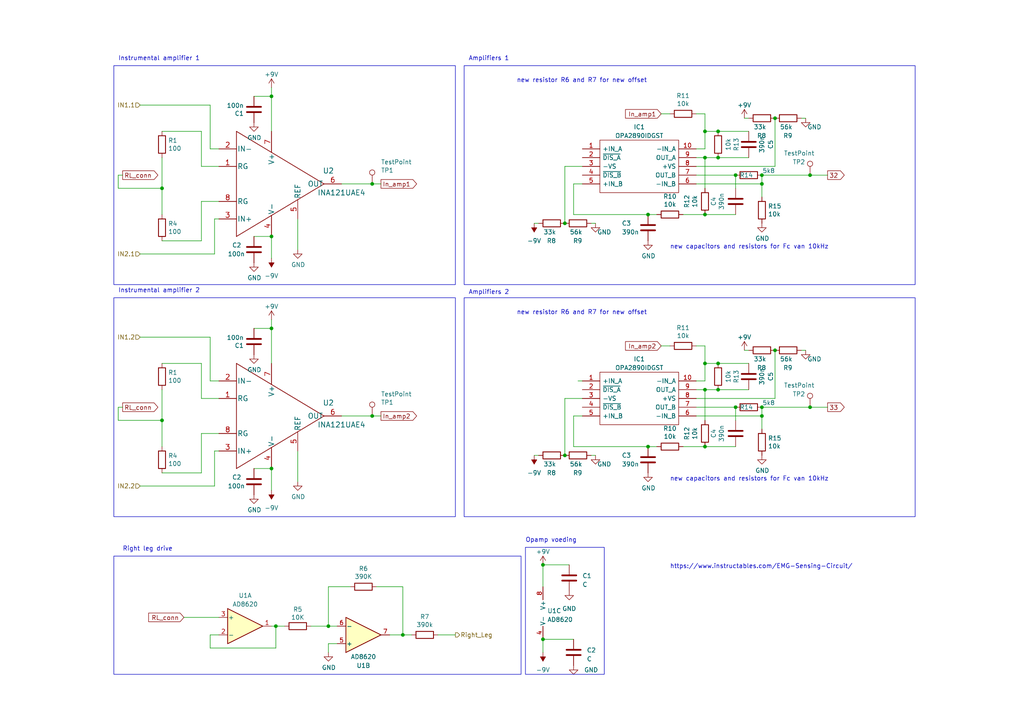
<source format=kicad_sch>
(kicad_sch (version 20230121) (generator eeschema)
  (paper "A4")
  (lib_symbols
    (symbol "2023-03-22_10-42-32:INA121UAE4" (pin_names (offset 0.254))
      (property "Reference" "U1" (at 13.97 3.81 0))
      (property "Value" "INA121UAE4" (at 17.78 -2.54 0))
      (symbol "INA121UAE4_1_1"
        (polyline (pts (xy -12.7 -15.24) (xy -12.7 15.24)) (stroke (width 0.2032)))
        (polyline (pts (xy -12.7 15.24) (xy 12.7 0)) (stroke (width 0.2032)))
        (polyline (pts (xy 12.7 0) (xy -12.7 -15.24)) (stroke (width 0.2032)))
        (pin unspecified line (at -17.78 5.08 0) (length 5.08) (name "RG") (number "1"))
        (pin input line (at -17.78 10.16 0) (length 5.08) (name "IN-") (number "2"))
        (pin input line (at -17.78 -10.16 0) (length 5.08) (name "IN+") (number "3"))
        (pin power_in line (at -2.54 -15.24 90) (length 6.096) (name "V-") (number "4"))
        (pin input line (at 5.08 -10.16 90) (length 5.588) (name "REF") (number "5"))
        (pin output line (at 17.78 0 180) (length 5.08) (name "OUT") (number "6"))
        (pin power_in line (at -2.54 15.24 270) (length 6.096) (name "V+") (number "7"))
        (pin unspecified line (at -17.78 -5.08 0) (length 5.08) (name "RG") (number "8"))
      )
    )
    (symbol "Amplifier_Operational:AD8620" (pin_names (offset 0.127))
      (property "Reference" "U" (at 0 5.08 0))
      (property "Value" "AD8620" (at 0 -5.08 0))
      (symbol "AD8620_1_1"
        (polyline (pts (xy -5.08 5.08) (xy 5.08 0) (xy -5.08 -5.08) (xy -5.08 5.08)) (stroke (width 0.254)) (fill (type background)))
        (pin output line (at 7.62 0 180) (length 2.54) (name "~") (number "1"))
        (pin input line (at -7.62 -2.54 0) (length 2.54) (name "-") (number "2"))
        (pin input line (at -7.62 2.54 0) (length 2.54) (name "+") (number "3"))
      )
      (symbol "AD8620_2_1"
        (polyline (pts (xy -5.08 5.08) (xy 5.08 0) (xy -5.08 -5.08) (xy -5.08 5.08)) (stroke (width 0.254)) (fill (type background)))
        (pin input line (at -7.62 2.54 0) (length 2.54) (name "+") (number "5"))
        (pin input line (at -7.62 -2.54 0) (length 2.54) (name "-") (number "6"))
        (pin output line (at 7.62 0 180) (length 2.54) (name "~") (number "7"))
      )
      (symbol "AD8620_3_1"
        (pin power_in line (at -2.54 -7.62 90) (length 3.81) (name "V-") (number "4"))
        (pin power_in line (at -2.54 7.62 270) (length 3.81) (name "V+") (number "8"))
      )
    )
    (symbol "Connector:TestPoint" (pin_numbers hide) (pin_names (offset 0.762) hide)
      (property "Reference" "TP" (at 0 6.858 0))
      (property "Value" "TestPoint" (at 0 5.08 0))
      (symbol "TestPoint_0_1"
        (circle (center 0 3.302) (radius 0.762))
      )
      (symbol "TestPoint_1_1"
        (pin passive line (at 0 0 90) (length 2.54) (name "1") (number "1"))
      )
    )
    (symbol "Device:C" (pin_numbers hide) (pin_names (offset 0.254))
      (property "Reference" "C" (at 0.635 2.54 0))
      (property "Value" "C" (at 0.635 -2.54 0))
      (symbol "C_0_1"
        (polyline (pts (xy -2.032 -0.762) (xy 2.032 -0.762)) (stroke (width 0.508)))
        (polyline (pts (xy -2.032 0.762) (xy 2.032 0.762)) (stroke (width 0.508)))
      )
      (symbol "C_1_1"
        (pin passive line (at 0 3.81 270) (length 2.794) (name "~") (number "1"))
        (pin passive line (at 0 -3.81 90) (length 2.794) (name "~") (number "2"))
      )
    )
    (symbol "Device:R" (pin_numbers hide) (pin_names (offset 0))
      (property "Reference" "R" (at 2.032 0 90))
      (property "Value" "R" (at 0 0 90))
      (symbol "R_0_1"
        (rectangle (start -1.016 -2.54) (end 1.016 2.54) (stroke (width 0.254)))
      )
      (symbol "R_1_1"
        (pin passive line (at 0 3.81 270) (length 1.27) (name "~") (number "1"))
        (pin passive line (at 0 -3.81 90) (length 1.27) (name "~") (number "2"))
      )
    )
    (symbol "OPA2890IDGST:OPA2890IDGST" (pin_names (offset 0.762))
      (property "Reference" "IC" (at 29.21 7.62 0))
      (property "Value" "OPA2890IDGST" (at 29.21 5.08 0))
      (symbol "OPA2890IDGST_0_0"
        (pin passive line (at 0 0 0) (length 5.08) (name "+IN_A") (number "1"))
        (pin passive line (at 33.02 0 180) (length 5.08) (name "-IN_A") (number "10"))
        (pin passive line (at 0 -2.54 0) (length 5.08) (name "~{DIS_A}") (number "2"))
        (pin passive line (at 0 -5.08 0) (length 5.08) (name "-VS") (number "3"))
        (pin passive line (at 0 -7.62 0) (length 5.08) (name "~{DIS_B}") (number "4"))
        (pin passive line (at 0 -10.16 0) (length 5.08) (name "+IN_B") (number "5"))
        (pin passive line (at 33.02 -10.16 180) (length 5.08) (name "-IN_B") (number "6"))
        (pin passive line (at 33.02 -7.62 180) (length 5.08) (name "OUT_B") (number "7"))
        (pin passive line (at 33.02 -5.08 180) (length 5.08) (name "+VS") (number "8"))
        (pin passive line (at 33.02 -2.54 180) (length 5.08) (name "OUT_A") (number "9"))
      )
      (symbol "OPA2890IDGST_0_1"
        (polyline (pts (xy 5.08 2.54) (xy 27.94 2.54) (xy 27.94 -12.7) (xy 5.08 -12.7) (xy 5.08 2.54)) (stroke (width 0.1524)))
      )
    )
    (symbol "power:+9V" (power) (pin_names (offset 0))
      (property "Value" "+9V" (at 0 3.556 0))
      (symbol "+9V_0_1"
        (polyline (pts (xy -0.762 1.27) (xy 0 2.54)))
        (polyline (pts (xy 0 0) (xy 0 2.54)))
        (polyline (pts (xy 0 2.54) (xy 0.762 1.27)))
      )
      (symbol "+9V_1_1"
        (pin power_in line (at 0 0 90) (length 0) hide (name "+9V") (number "1"))
      )
    )
    (symbol "power:-9V" (power) (pin_names (offset 0))
      (property "Value" "-9V" (at 0 3.81 0))
      (symbol "-9V_0_1"
        (polyline (pts (xy 0 0) (xy 0 2.54)))
        (polyline (pts (xy 0.762 1.27) (xy -0.762 1.27) (xy 0 2.54) (xy 0.762 1.27)) (fill (type outline)))
      )
      (symbol "-9V_1_1"
        (pin power_in line (at 0 0 90) (length 0) hide (name "-9V") (number "1"))
      )
    )
    (symbol "power:GND" (power) (pin_names (offset 0))
      (property "Value" "GND" (at 0 -3.81 0))
      (symbol "GND_0_1"
        (polyline (pts (xy 0 0) (xy 0 -1.27) (xy 1.27 -1.27) (xy 0 -2.54) (xy -1.27 -1.27) (xy 0 -1.27)))
      )
      (symbol "GND_1_1"
        (pin power_in line (at 0 0 270) (length 0) hide (name "GND") (number "1"))
      )
    )
  )
  (junction (at 78.74 135.89))
  (junction (at 208.28 113.03))
  (junction (at 220.98 120.65))
  (junction (at 234.95 50.8))
  (junction (at 220.98 50.8))
  (junction (at 213.36 118.11))
  (junction (at 220.98 118.11))
  (junction (at 204.47 45.72))
  (junction (at 46.99 54.61))
  (junction (at 208.28 38.1))
  (junction (at 107.95 120.65))
  (junction (at 187.96 62.23))
  (junction (at 78.74 27.94))
  (junction (at 46.99 121.92))
  (junction (at 80.01 181.61))
  (junction (at 107.95 53.34))
  (junction (at 224.79 34.29))
  (junction (at 163.83 64.77))
  (junction (at 78.74 95.25))
  (junction (at 220.98 53.34))
  (junction (at 208.28 45.72))
  (junction (at 204.47 62.23))
  (junction (at 78.74 68.58))
  (junction (at 157.48 163.83))
  (junction (at 204.47 105.41))
  (junction (at 157.48 185.42))
  (junction (at 213.36 50.8))
  (junction (at 208.28 105.41))
  (junction (at 204.47 38.1))
  (junction (at 116.84 184.15))
  (junction (at 204.47 113.03))
  (junction (at 163.83 132.08))
  (junction (at 224.79 101.6))
  (junction (at 234.95 118.11))
  (junction (at 204.47 129.54))
  (junction (at 187.96 129.54))
  (junction (at 95.25 181.61))
  (wire (pts (xy 78.74 135.89) (xy 78.74 142.24)))
  (wire (pts (xy 224.79 48.26) (xy 201.93 48.26)))
  (wire (pts (xy 224.79 115.57) (xy 201.93 115.57)))
  (wire (pts (xy 204.47 38.1) (xy 208.28 38.1)))
  (wire (pts (xy 116.84 184.15) (xy 116.84 170.18)))
  (wire (pts (xy 163.83 115.57) (xy 168.91 115.57)))
  (wire (pts (xy 198.12 62.23) (xy 204.47 62.23)))
  (wire (pts (xy 73.66 68.58) (xy 78.74 68.58)))
  (wire (pts (xy 116.84 184.15) (xy 119.38 184.15)))
  (wire (pts (xy 40.64 97.79) (xy 60.96 97.79)))
  (wire (pts (xy 95.25 170.18) (xy 101.6 170.18)))
  (wire (pts (xy 208.28 45.72) (xy 217.17 45.72)))
  (wire (pts (xy 80.01 181.61) (xy 80.01 187.96)))
  (wire (pts (xy 163.83 132.08) (xy 163.83 115.57)))
  (wire (pts (xy 63.5 43.18) (xy 60.96 43.18)))
  (wire (pts (xy 113.03 184.15) (xy 116.84 184.15)))
  (wire (pts (xy 154.94 132.08) (xy 156.21 132.08)))
  (wire (pts (xy 191.77 33.02) (xy 194.31 33.02)))
  (wire (pts (xy 204.47 105.41) (xy 208.28 105.41)))
  (wire (pts (xy 166.37 53.34) (xy 168.91 53.34)))
  (wire (pts (xy 46.99 105.41) (xy 58.42 105.41)))
  (wire (pts (xy 40.64 73.66) (xy 62.23 73.66)))
  (wire (pts (xy 220.98 50.8) (xy 234.95 50.8)))
  (wire (pts (xy 187.96 62.23) (xy 190.5 62.23)))
  (wire (pts (xy 58.42 48.26) (xy 58.42 38.1)))
  (wire (pts (xy 73.66 95.25) (xy 78.74 95.25)))
  (wire (pts (xy 46.99 54.61) (xy 46.99 62.23)))
  (wire (pts (xy 204.47 38.1) (xy 204.47 43.18)))
  (wire (pts (xy 80.01 181.61) (xy 82.55 181.61)))
  (wire (pts (xy 220.98 120.65) (xy 220.98 124.46)))
  (wire (pts (xy 53.34 179.07) (xy 63.5 179.07)))
  (wire (pts (xy 187.96 129.54) (xy 190.5 129.54)))
  (wire (pts (xy 154.94 64.77) (xy 156.21 64.77)))
  (wire (pts (xy 34.29 54.61) (xy 46.99 54.61)))
  (wire (pts (xy 201.93 45.72) (xy 204.47 45.72)))
  (wire (pts (xy 234.95 50.8) (xy 240.03 50.8)))
  (wire (pts (xy 34.29 54.61) (xy 34.29 50.8)))
  (wire (pts (xy 63.5 48.26) (xy 58.42 48.26)))
  (wire (pts (xy 95.25 170.18) (xy 95.25 181.61)))
  (wire (pts (xy 201.93 120.65) (xy 220.98 120.65)))
  (wire (pts (xy 215.9 101.6) (xy 217.17 101.6)))
  (wire (pts (xy 34.29 121.92) (xy 34.29 118.11)))
  (wire (pts (xy 60.96 184.15) (xy 63.5 184.15)))
  (wire (pts (xy 220.98 53.34) (xy 220.98 57.15)))
  (wire (pts (xy 220.98 118.11) (xy 220.98 120.65)))
  (wire (pts (xy 46.99 137.16) (xy 58.42 137.16)))
  (wire (pts (xy 187.96 62.23) (xy 166.37 62.23)))
  (wire (pts (xy 201.93 110.49) (xy 204.47 110.49)))
  (wire (pts (xy 73.66 27.94) (xy 78.74 27.94)))
  (wire (pts (xy 78.74 95.25) (xy 78.74 105.41)))
  (wire (pts (xy 208.28 38.1) (xy 217.17 38.1)))
  (wire (pts (xy 95.25 186.69) (xy 95.25 189.23)))
  (wire (pts (xy 234.95 118.11) (xy 240.03 118.11)))
  (wire (pts (xy 107.95 120.65) (xy 110.49 120.65)))
  (wire (pts (xy 58.42 115.57) (xy 58.42 105.41)))
  (wire (pts (xy 58.42 137.16) (xy 58.42 125.73)))
  (wire (pts (xy 208.28 105.41) (xy 217.17 105.41)))
  (wire (pts (xy 220.98 118.11) (xy 234.95 118.11)))
  (wire (pts (xy 187.96 129.54) (xy 166.37 129.54)))
  (wire (pts (xy 204.47 100.33) (xy 204.47 105.41)))
  (wire (pts (xy 166.37 62.23) (xy 166.37 53.34)))
  (wire (pts (xy 201.93 50.8) (xy 213.36 50.8)))
  (wire (pts (xy 204.47 45.72) (xy 204.47 54.61)))
  (wire (pts (xy 95.25 181.61) (xy 90.17 181.61)))
  (wire (pts (xy 213.36 50.8) (xy 213.36 54.61)))
  (wire (pts (xy 201.93 118.11) (xy 213.36 118.11)))
  (wire (pts (xy 233.68 101.6) (xy 232.41 101.6)))
  (wire (pts (xy 40.64 140.97) (xy 62.23 140.97)))
  (wire (pts (xy 191.77 100.33) (xy 194.31 100.33)))
  (wire (pts (xy 86.36 63.5) (xy 86.36 72.39)))
  (wire (pts (xy 201.93 43.18) (xy 204.47 43.18)))
  (wire (pts (xy 166.37 129.54) (xy 166.37 120.65)))
  (wire (pts (xy 46.99 69.85) (xy 58.42 69.85)))
  (wire (pts (xy 63.5 115.57) (xy 58.42 115.57)))
  (wire (pts (xy 78.74 68.58) (xy 78.74 74.93)))
  (wire (pts (xy 204.47 62.23) (xy 213.36 62.23)))
  (wire (pts (xy 78.74 92.71) (xy 78.74 95.25)))
  (wire (pts (xy 204.47 113.03) (xy 208.28 113.03)))
  (wire (pts (xy 157.48 185.42) (xy 157.48 189.23)))
  (wire (pts (xy 46.99 113.03) (xy 46.99 121.92)))
  (wire (pts (xy 46.99 121.92) (xy 46.99 129.54)))
  (wire (pts (xy 204.47 129.54) (xy 213.36 129.54)))
  (wire (pts (xy 62.23 63.5) (xy 63.5 63.5)))
  (wire (pts (xy 168.91 110.49) (xy 167.64 110.49)))
  (wire (pts (xy 34.29 118.11) (xy 35.56 118.11)))
  (wire (pts (xy 109.22 170.18) (xy 116.84 170.18)))
  (wire (pts (xy 40.64 30.48) (xy 60.96 30.48)))
  (wire (pts (xy 62.23 63.5) (xy 62.23 73.66)))
  (wire (pts (xy 201.93 100.33) (xy 204.47 100.33)))
  (wire (pts (xy 224.79 101.6) (xy 224.79 115.57)))
  (wire (pts (xy 58.42 58.42) (xy 63.5 58.42)))
  (wire (pts (xy 95.25 181.61) (xy 97.79 181.61)))
  (wire (pts (xy 99.06 53.34) (xy 107.95 53.34)))
  (wire (pts (xy 58.42 125.73) (xy 63.5 125.73)))
  (wire (pts (xy 224.79 34.29) (xy 224.79 48.26)))
  (wire (pts (xy 166.37 120.65) (xy 168.91 120.65)))
  (wire (pts (xy 80.01 187.96) (xy 60.96 187.96)))
  (wire (pts (xy 62.23 130.81) (xy 62.23 140.97)))
  (wire (pts (xy 201.93 33.02) (xy 204.47 33.02)))
  (wire (pts (xy 78.74 27.94) (xy 78.74 38.1)))
  (wire (pts (xy 73.66 135.89) (xy 78.74 135.89)))
  (wire (pts (xy 157.48 185.42) (xy 166.37 185.42)))
  (wire (pts (xy 204.47 113.03) (xy 204.47 121.92)))
  (wire (pts (xy 215.9 34.29) (xy 217.17 34.29)))
  (wire (pts (xy 172.72 132.08) (xy 171.45 132.08)))
  (wire (pts (xy 198.12 129.54) (xy 204.47 129.54)))
  (wire (pts (xy 34.29 121.92) (xy 46.99 121.92)))
  (wire (pts (xy 163.83 48.26) (xy 163.83 64.77)))
  (wire (pts (xy 107.95 53.34) (xy 110.49 53.34)))
  (wire (pts (xy 127 184.15) (xy 132.08 184.15)))
  (wire (pts (xy 58.42 69.85) (xy 58.42 58.42)))
  (wire (pts (xy 60.96 187.96) (xy 60.96 184.15)))
  (wire (pts (xy 95.25 186.69) (xy 97.79 186.69)))
  (wire (pts (xy 204.47 45.72) (xy 208.28 45.72)))
  (wire (pts (xy 213.36 118.11) (xy 213.36 121.92)))
  (wire (pts (xy 204.47 105.41) (xy 204.47 110.49)))
  (wire (pts (xy 233.68 34.29) (xy 232.41 34.29)))
  (wire (pts (xy 157.48 163.83) (xy 157.48 170.18)))
  (wire (pts (xy 208.28 113.03) (xy 217.17 113.03)))
  (wire (pts (xy 34.29 50.8) (xy 35.56 50.8)))
  (wire (pts (xy 78.74 181.61) (xy 80.01 181.61)))
  (wire (pts (xy 201.93 53.34) (xy 220.98 53.34)))
  (wire (pts (xy 63.5 110.49) (xy 60.96 110.49)))
  (wire (pts (xy 201.93 113.03) (xy 204.47 113.03)))
  (wire (pts (xy 62.23 130.81) (xy 63.5 130.81)))
  (wire (pts (xy 78.74 25.4) (xy 78.74 27.94)))
  (wire (pts (xy 60.96 110.49) (xy 60.96 97.79)))
  (wire (pts (xy 99.06 120.65) (xy 107.95 120.65)))
  (wire (pts (xy 60.96 43.18) (xy 60.96 30.48)))
  (wire (pts (xy 46.99 45.72) (xy 46.99 54.61)))
  (wire (pts (xy 220.98 50.8) (xy 220.98 53.34)))
  (wire (pts (xy 86.36 130.81) (xy 86.36 139.7)))
  (wire (pts (xy 172.72 64.77) (xy 171.45 64.77)))
  (wire (pts (xy 46.99 38.1) (xy 58.42 38.1)))
  (wire (pts (xy 157.48 163.83) (xy 165.1 163.83)))
  (wire (pts (xy 163.83 48.26) (xy 168.91 48.26)))
  (wire (pts (xy 204.47 33.02) (xy 204.47 38.1)))
  (rectangle (start 33.02 19.05) (end 132.08 82.55))
  (rectangle (start 33.02 86.36) (end 132.08 149.86))
  (rectangle (start 134.62 86.36) (end 265.43 149.86))
  (rectangle (start 152.4 158.75) (end 175.26 195.58))
  (rectangle (start 134.62 19.05) (end 265.43 82.55))
  (rectangle (start 33.02 161.29) (end 151.13 195.58))
  (text "Instrumental amplifier 1" (at 34.29 17.78 0) (effects (font (size 1.27 1.27)) (justify left bottom)))
  (text "Amplifiers 1\n" (at 135.89 17.78 0) (effects (font (size 1.27 1.27)) (justify left bottom)))
  (text "new capacitors and resistors for Fc van 10kHz" (at 194.31 139.7 0) (effects (font (size 1.27 1.27)) (justify left bottom)))
  (text "new resistor R6 and R7 for new offset\n" (at 149.86 91.44 0) (effects (font (size 1.27 1.27)) (justify left bottom)))
  (text "Right leg drive" (at 35.56 160.02 0) (effects (font (size 1.27 1.27)) (justify left bottom)))
  (text "Opamp voeding" (at 152.4 157.48 0) (effects (font (size 1.27 1.27)) (justify left bottom)))
  (text "new capacitors and resistors for Fc van 10kHz" (at 194.31 72.39 0) (effects (font (size 1.27 1.27)) (justify left bottom)))
  (text "Instrumental amplifier 2\n" (at 34.29 85.09 0) (effects (font (size 1.27 1.27)) (justify left bottom)))
  (text "new resistor R6 and R7 for new offset\n" (at 149.86 24.13 0) (effects (font (size 1.27 1.27)) (justify left bottom)))
  (text "https://www.instructables.com/EMG-Sensing-Circuit/" (at 194.31 165.1 0) (effects (font (size 1.27 1.27)) (justify left bottom)))
  (text "Amplifiers 2\n\n" (at 135.89 87.63 0) (effects (font (size 1.27 1.27)) (justify left bottom)))
  (global_label "In_amp2" (shape output) (at 110.49 120.65 0) (property "Intersheetrefs" "${INTERSHEET_REFS}" (effects hide)))
  (global_label "RL_conn" (shape output) (at 35.56 50.8 0) (property "Intersheetrefs" "${INTERSHEET_REFS}" (effects hide)))
  (global_label "33" (shape output) (at 240.03 118.11 0) (property "Intersheetrefs" "${INTERSHEET_REFS}" (effects hide)))
  (global_label "In_amp2" (shape input) (at 191.77 100.33 180) (property "Intersheetrefs" "${INTERSHEET_REFS}" (effects hide)))
  (global_label "RL_conn" (shape output) (at 35.56 118.11 0) (property "Intersheetrefs" "${INTERSHEET_REFS}" (effects hide)))
  (global_label "In_amp1" (shape output) (at 110.49 53.34 0) (property "Intersheetrefs" "${INTERSHEET_REFS}" (effects hide)))
  (global_label "RL_conn" (shape input) (at 53.34 179.07 180) (property "Intersheetrefs" "${INTERSHEET_REFS}" (effects hide)))
  (global_label "32" (shape output) (at 240.03 50.8 0) (property "Intersheetrefs" "${INTERSHEET_REFS}" (effects hide)))
  (global_label "In_amp1" (shape input) (at 191.77 33.02 180) (property "Intersheetrefs" "${INTERSHEET_REFS}" (effects hide)))
  (hierarchical_label "IN1.1" (shape input) (at 40.64 30.48 180) (property "Intersheetrefs" "${INTERSHEET_REFS}" (effects hide)))
  (hierarchical_label "IN2.1" (shape input) (at 40.64 73.66 180) (property "Intersheetrefs" "${INTERSHEET_REFS}" (effects hide)))
  (hierarchical_label "IN1.2" (shape input) (at 40.64 97.79 180) (property "Intersheetrefs" "${INTERSHEET_REFS}" (effects hide)))
  (hierarchical_label "IN2.2" (shape input) (at 40.64 140.97 180) (property "Intersheetrefs" "${INTERSHEET_REFS}" (effects hide)))
  (hierarchical_label "Right_Leg" (shape output) (at 132.08 184.15 0) (property "Intersheetrefs" "${INTERSHEET_REFS}" (effects hide)))
  (symbol (lib_id "Device:R") (at 204.47 58.42 0) (unit 1)
    (property "Reference" "R12" (at 199.2122 58.42 90))
    (property "Value" "10k" (at 201.5236 58.42 90))
    (property "Footprint" "Resistor_SMD:R_0402_1005Metric" (effects hide))
    (instances (project "Quest_EMG_V2" (path "" (reference "R12") (unit 1)) (path "" (reference "R12") (unit 1))) (project "Quest_EMG" (path "" (reference "R11") (unit 1)) (path "" (reference "R20") (unit 1))) (project "HARDIMPL" (path "" (reference "R11") (unit 1))))
  )
  (symbol (lib_id "Connector:TestPoint") (at 107.95 120.65 0) (unit 1)
    (property "Reference" "TP1" (at 110.49 116.713 0) (effects (justify left)))
    (property "Value" "TestPoint" (at 110.49 114.3 0) (effects (justify left)))
    (property "Footprint" "TestPoint:TestPoint_Pad_1.0x1.0mm" (effects hide))
    (instances (project "Quest_EMG_V2" (path "" (reference "TP1") (unit 1)) (path "" (reference "TP3") (unit 1))) (project "Quest_EMG" (path "" (reference "TP1") (unit 1)) (path "" (reference "TP2") (unit 1))) (project "HARDIMPL" (path "" (reference "TP2") (unit 1))))
  )
  (symbol (lib_id "Device:R") (at 217.17 118.11 90) (unit 1)
    (property "Reference" "R14" (at 218.44 118.11 90) (effects (justify left)))
    (property "Value" "5k8" (at 224.79 116.84 90) (effects (justify left)))
    (property "Footprint" "Resistor_SMD:R_0402_1005Metric" (effects hide))
    (instances (project "Quest_EMG_V2" (path "" (reference "R14") (unit 1)) (path "" (reference "R26") (unit 1))) (project "Quest_EMG" (path "" (reference "R14") (unit 1)) (path "" (reference "R25") (unit 1))) (project "HARDIMPL" (path "" (reference "R14") (unit 1))))
  )
  (symbol (lib_id "Connector:TestPoint") (at 234.95 50.8 0) (unit 1)
    (property "Reference" "TP2" (at 229.87 46.99 0) (effects (justify left)))
    (property "Value" "TestPoint" (at 227.33 44.45 0) (effects (justify left)))
    (property "Footprint" "TestPoint:TestPoint_Pad_1.0x1.0mm" (effects hide))
    (instances (project "Quest_EMG_V2" (path "" (reference "TP2") (unit 1)) (path "" (reference "TP2") (unit 1))) (project "Quest_EMG" (path "" (reference "TP3") (unit 1)) (path "" (reference "TP3") (unit 1))) (project "HARDIMPL" (path "" (reference "TP3") (unit 1))))
  )
  (symbol (lib_id "Amplifier_Operational:AD8620") (at 160.02 177.8 0) (unit 3)
    (property "Reference" "U1" (at 158.75 177.165 0) (effects (justify left)))
    (property "Value" "AD8620" (at 158.75 179.705 0) (effects (justify left)))
    (property "Footprint" "Package_SO:MSOP-8_3x3mm_P0.65mm" (effects hide))
    (property "Datasheet" "https://www.analog.com/media/en/technical-documentation/data-sheets/AD8610_8620.pdf" (effects hide))
    (instances (project "Quest_EMG" (path "" (reference "U1") (unit 3)) (path "" (reference "U1") (unit 3))) (project "HARDIMPL" (path "" (reference "U2") (unit 3))))
  )
  (symbol (lib_id "power:-9V") (at 154.94 64.77 180) (unit 1)
    (property "Reference" "#PWR07" (effects hide))
    (property "Value" "-9V" (at 154.94 69.85 0))
    (instances (project "Quest_EMG_V2" (path "" (reference "#PWR07") (unit 1)) (path "" (reference "#PWR07") (unit 1))) (project "Quest_EMG" (path "" (reference "#PWR013") (unit 1)) (path "" (reference "#PWR012") (unit 1))))
  )
  (symbol (lib_id "Device:R") (at 46.99 41.91 0) (unit 1)
    (property "Reference" "R1" (at 48.768 40.7416 0) (effects (justify left)))
    (property "Value" "100" (at 48.768 43.053 0) (effects (justify left)))
    (property "Footprint" "Resistor_SMD:R_0402_1005Metric" (effects hide))
  )
  (symbol (lib_id "Device:R") (at 228.6 34.29 90) (unit 1)
    (property "Reference" "R9" (at 229.87 39.37 90) (effects (justify left)))
    (property "Value" "56k" (at 229.87 36.83 90) (effects (justify left)))
    (property "Footprint" "Resistor_SMD:R_0402_1005Metric" (effects hide))
    (instances (project "Quest_EMG_V2" (path "" (reference "R9") (unit 1)) (path "" (reference "R9") (unit 1))) (project "Quest_EMG" (path "" (reference "R7") (unit 1)) (path "" (reference "R30") (unit 1))) (project "HARDIMPL" (path "" (reference "R7") (unit 1))))
  )
  (symbol (lib_id "power:GND") (at 86.36 139.7 0) (unit 1)
    (property "Reference" "#PWR05" (effects hide))
    (property "Value" "GND" (at 86.487 144.0942 0))
    (instances (project "Quest_EMG_V2" (path "" (reference "#PWR05") (unit 1)) (path "" (reference "#PWR016") (unit 1))) (project "Quest_EMG" (path "" (reference "#PWR012") (unit 1)) (path "" (reference "#PWR010") (unit 1))) (project "HARDIMPL" (path "" (reference "#PWR012") (unit 1))))
  )
  (symbol (lib_id "power:GND") (at 220.98 64.77 0) (unit 1)
    (property "Reference" "#PWR010" (effects hide))
    (property "Value" "GND" (at 221.107 69.1642 0))
    (instances (project "Quest_EMG_V2" (path "" (reference "#PWR010") (unit 1)) (path "" (reference "#PWR010") (unit 1))) (project "Quest_EMG" (path "" (reference "#PWR025") (unit 1)) (path "" (reference "#PWR024") (unit 1))) (project "HARDIMPL" (path "" (reference "#PWR023") (unit 1))))
  )
  (symbol (lib_id "power:GND") (at 165.1 171.45 0) (unit 1)
    (property "Reference" "#PWR03" (effects hide))
    (property "Value" "GND" (at 165.1 176.53 0))
    (instances (project "Quest_EMG" (path "" (reference "#PWR03") (unit 1)) (path "" (reference "#PWR016") (unit 1))) (project "HARDIMPL" (path "" (reference "#PWR025") (unit 1))))
  )
  (symbol (lib_id "Device:R") (at 46.99 133.35 0) (unit 1)
    (property "Reference" "R4" (at 48.768 132.1816 0) (effects (justify left)))
    (property "Value" "100" (at 48.768 134.493 0) (effects (justify left)))
    (property "Footprint" "Resistor_SMD:R_0402_1005Metric" (effects hide))
    (instances (project "Quest_EMG_V2" (path "" (reference "R4") (unit 1)) (path "" (reference "R19") (unit 1))) (project "Quest_EMG" (path "" (reference "R4") (unit 1)) (path "" (reference "R8") (unit 1))) (project "HARDIMPL" (path "" (reference "R4") (unit 1))))
  )
  (symbol (lib_id "Device:C") (at 213.36 125.73 0) (unit 1)
    (property "Reference" "C4" (at 206.9592 125.73 90))
    (property "Value" "390n" (at 209.2706 125.73 90))
    (property "Footprint" "Capacitor_SMD:C_0402_1005Metric" (effects hide))
    (instances (project "Quest_EMG_V2" (path "" (reference "C4") (unit 1)) (path "" (reference "C9") (unit 1))) (project "Quest_EMG" (path "" (reference "C8") (unit 1)) (path "" (reference "C10") (unit 1))) (project "HARDIMPL" (path "" (reference "C6") (unit 1))))
  )
  (symbol (lib_id "2023-03-22_10-42-32:INA121UAE4") (at 81.28 120.65 0) (unit 1)
    (property "Reference" "U2" (at 95.25 116.84 0) (effects (font (size 1.524 1.524))))
    (property "Value" "INA121UAE4" (at 99.06 123.19 0) (effects (font (size 1.524 1.524))))
    (property "Footprint" "footprints:INA121UAE4" (effects hide))
    (instances (project "Quest_EMG_V2" (path "" (reference "U2") (unit 1)) (path "" (reference "U3") (unit 1))) (project "Quest_EMG" (path "" (reference "U1") (unit 1)) (path "" (reference "U3") (unit 1))) (project "HARDIMPL" (path "" (reference "U1") (unit 1))))
  )
  (symbol (lib_id "power:GND") (at 73.66 143.51 0) (unit 1)
    (property "Reference" "#PWR02" (effects hide))
    (property "Value" "GND" (at 73.787 147.9042 0))
    (instances (project "Quest_EMG_V2" (path "" (reference "#PWR02") (unit 1)) (path "" (reference "#PWR013") (unit 1))) (project "Quest_EMG" (path "" (reference "#PWR09") (unit 1)) (path "" (reference "#PWR04") (unit 1))) (project "HARDIMPL" (path "" (reference "#PWR09") (unit 1))))
  )
  (symbol (lib_id "power:GND") (at 220.98 132.08 0) (unit 1)
    (property "Reference" "#PWR010" (effects hide))
    (property "Value" "GND" (at 221.107 136.4742 0))
    (instances (project "Quest_EMG_V2" (path "" (reference "#PWR010") (unit 1)) (path "" (reference "#PWR020") (unit 1))) (project "Quest_EMG" (path "" (reference "#PWR025") (unit 1)) (path "" (reference "#PWR025") (unit 1))) (project "HARDIMPL" (path "" (reference "#PWR023") (unit 1))))
  )
  (symbol (lib_id "OPA2890IDGST:OPA2890IDGST") (at 168.91 110.49 0) (unit 1)
    (property "Reference" "IC1" (at 185.42 104.14 0))
    (property "Value" "OPA2890IDGST" (at 185.42 106.68 0))
    (property "Footprint" "OPA2890:SOP50P490X110-10N" (effects hide))
    (property "Datasheet" "http://www.ti.com/lit/gpn/opa2890" (effects hide))
    (property "Description" "Dual 250MHz , Low Power, Wideband, Voltage Feedback Operational Amplifier with Disable" (effects hide))
    (property "Height" "1.1" (effects hide))
    (property "Mouser Part Number" "595-OPA2890IDGST" (effects hide))
    (property "Mouser Price/Stock" "https://www.mouser.com/Search/Refine.aspx?Keyword=595-OPA2890IDGST" (effects hide))
    (property "Manufacturer_Name" "Texas Instruments" (effects hide))
    (property "Manufacturer_Part_Number" "OPA2890IDGST" (effects hide))
    (instances (project "Quest_EMG_V2" (path "" (reference "IC1") (unit 1)) (path "" (reference "IC2") (unit 1))) (project "Quest_EMG" (path "" (reference "IC2") (unit 1)) (path "" (reference "IC2") (unit 1))) (project "HARDIMPL" (path "" (reference "IC2") (unit 1))))
  )
  (symbol (lib_id "Device:R") (at 220.98 60.96 0) (unit 1)
    (property "Reference" "R15" (at 222.758 59.7916 0) (effects (justify left)))
    (property "Value" "10k" (at 222.758 62.103 0) (effects (justify left)))
    (property "Footprint" "Resistor_SMD:R_0402_1005Metric" (effects hide))
    (instances (project "Quest_EMG_V2" (path "" (reference "R15") (unit 1)) (path "" (reference "R15") (unit 1))) (project "Quest_EMG" (path "" (reference "R15") (unit 1)) (path "" (reference "R27") (unit 1))) (project "HARDIMPL" (path "" (reference "R15") (unit 1))))
  )
  (symbol (lib_id "power:+9V") (at 78.74 92.71 0) (unit 1)
    (property "Reference" "#PWR03" (effects hide))
    (property "Value" "+9V" (at 78.74 88.9 0))
    (instances (project "Quest_EMG_V2" (path "" (reference "#PWR03") (unit 1)) (path "" (reference "#PWR014") (unit 1))) (project "Quest_EMG" (path "" (reference "#PWR010") (unit 1)) (path "" (reference "#PWR07") (unit 1))))
  )
  (symbol (lib_id "power:GND") (at 187.96 69.85 0) (unit 1)
    (property "Reference" "#PWR09" (effects hide))
    (property "Value" "GND" (at 188.087 74.2442 0))
    (instances (project "Quest_EMG_V2" (path "" (reference "#PWR09") (unit 1)) (path "" (reference "#PWR09") (unit 1))) (project "Quest_EMG" (path "" (reference "#PWR023") (unit 1)) (path "" (reference "#PWR020") (unit 1))) (project "HARDIMPL" (path "" (reference "#PWR021") (unit 1))))
  )
  (symbol (lib_id "Device:R") (at 208.28 41.91 180) (unit 1)
    (property "Reference" "R13" (at 213.5378 41.91 90))
    (property "Value" "10k" (at 211.2264 41.91 90))
    (property "Footprint" "Resistor_SMD:R_0402_1005Metric" (effects hide))
    (instances (project "Quest_EMG_V2" (path "" (reference "R13") (unit 1)) (path "" (reference "R13") (unit 1))) (project "Quest_EMG" (path "" (reference "R12") (unit 1)) (path "" (reference "R22") (unit 1))) (project "HARDIMPL" (path "" (reference "R13") (unit 1))))
  )
  (symbol (lib_id "power:GND") (at 233.68 101.6 0) (unit 1)
    (property "Reference" "#PWR08" (effects hide))
    (property "Value" "GND" (at 236.22 104.14 0))
    (instances (project "Quest_EMG_V2" (path "" (reference "#PWR08") (unit 1)) (path "" (reference "#PWR08") (unit 1))) (project "Quest_EMG" (path "" (reference "#PWR022") (unit 1)) (path "" (reference "#PWR027") (unit 1))) (project "HARDIMPL" (path "" (reference "#PWR020") (unit 1))))
  )
  (symbol (lib_id "Amplifier_Operational:AD8620") (at 71.12 181.61 0) (unit 1)
    (property "Reference" "U1" (at 71.12 172.72 0))
    (property "Value" "AD8620" (at 71.12 175.26 0))
    (property "Footprint" "Package_SO:MSOP-8_3x3mm_P0.65mm" (effects hide))
    (property "Datasheet" "https://www.analog.com/media/en/technical-documentation/data-sheets/AD8610_8620.pdf" (effects hide))
    (instances (project "Quest_EMG_V2" (path "" (reference "U1") (unit 1)) (path "" (reference "U1") (unit 1))) (project "Quest_EMG" (path "" (reference "U2") (unit 1)) (path "" (reference "U1") (unit 1))) (project "HARDIMPL" (path "" (reference "U2") (unit 1))))
  )
  (symbol (lib_id "power:GND") (at 172.72 132.08 0) (unit 1)
    (property "Reference" "#PWR08" (effects hide))
    (property "Value" "GND" (at 175.26 134.62 0))
    (instances (project "Quest_EMG_V2" (path "" (reference "#PWR08") (unit 1)) (path "" (reference "#PWR08") (unit 1))) (project "Quest_EMG" (path "" (reference "#PWR022") (unit 1)) (path "" (reference "#PWR019") (unit 1))) (project "HARDIMPL" (path "" (reference "#PWR020") (unit 1))))
  )
  (symbol (lib_id "power:-9V") (at 78.74 74.93 180) (unit 1)
    (property "Reference" "#PWR04" (effects hide))
    (property "Value" "-9V" (at 78.74 80.01 0))
    (instances (project "Quest_EMG_V2" (path "" (reference "#PWR04") (unit 1)) (path "" (reference "#PWR04") (unit 1))) (project "Quest_EMG" (path "" (reference "#PWR011") (unit 1)) (path "" (reference "#PWR06") (unit 1))))
  )
  (symbol (lib_id "Device:R") (at 160.02 132.08 90) (unit 1)
    (property "Reference" "R8" (at 161.29 137.16 90) (effects (justify left)))
    (property "Value" "33k" (at 161.29 134.62 90) (effects (justify left)))
    (property "Footprint" "Resistor_SMD:R_0402_1005Metric" (effects hide))
    (instances (project "Quest_EMG_V2" (path "" (reference "R8") (unit 1)) (path "" (reference "R8") (unit 1))) (project "Quest_EMG" (path "" (reference "R6") (unit 1)) (path "" (reference "R13") (unit 1))) (project "HARDIMPL" (path "" (reference "R6") (unit 1))))
  )
  (symbol (lib_id "power:GND") (at 73.66 102.87 0) (unit 1)
    (property "Reference" "#PWR01" (effects hide))
    (property "Value" "GND" (at 73.787 107.2642 0))
    (instances (project "Quest_EMG_V2" (path "" (reference "#PWR01") (unit 1)) (path "" (reference "#PWR012") (unit 1))) (project "Quest_EMG" (path "" (reference "#PWR08") (unit 1)) (path "" (reference "#PWR03") (unit 1))) (project "HARDIMPL" (path "" (reference "#PWR08") (unit 1))))
  )
  (symbol (lib_id "Device:C") (at 187.96 133.35 0) (unit 1)
    (property "Reference" "C3" (at 180.34 132.08 0) (effects (justify left)))
    (property "Value" "390n" (at 180.34 134.62 0) (effects (justify left)))
    (property "Footprint" "Capacitor_SMD:C_0402_1005Metric" (effects hide))
    (instances (project "Quest_EMG_V2" (path "" (reference "C3") (unit 1)) (path "" (reference "C8") (unit 1))) (project "Quest_EMG" (path "" (reference "C7") (unit 1)) (path "" (reference "C8") (unit 1))) (project "HARDIMPL" (path "" (reference "C5") (unit 1))))
  )
  (symbol (lib_id "Device:C") (at 73.66 31.75 180) (unit 1)
    (property "Reference" "C1" (at 70.739 32.9184 0) (effects (justify left)))
    (property "Value" "100n" (at 70.739 30.607 0) (effects (justify left)))
    (property "Footprint" "Capacitor_SMD:C_0402_1005Metric" (effects hide))
    (instances (project "Quest_EMG_V2" (path "" (reference "C1") (unit 1)) (path "" (reference "C1") (unit 1))) (project "Quest_EMG" (path "" (reference "C3") (unit 1)) (path "" (reference "C1") (unit 1))) (project "HARDIMPL" (path "" (reference "C3") (unit 1))))
  )
  (symbol (lib_id "Device:R") (at 220.98 101.6 90) (unit 1)
    (property "Reference" "R8" (at 222.25 106.68 90) (effects (justify left)))
    (property "Value" "33k" (at 222.25 104.14 90) (effects (justify left)))
    (property "Footprint" "Resistor_SMD:R_0402_1005Metric" (effects hide))
    (instances (project "Quest_EMG_V2" (path "" (reference "R8") (unit 1)) (path "" (reference "R8") (unit 1))) (project "Quest_EMG" (path "" (reference "R6") (unit 1)) (path "" (reference "R28") (unit 1))) (project "HARDIMPL" (path "" (reference "R6") (unit 1))))
  )
  (symbol (lib_id "Connector:TestPoint") (at 234.95 118.11 0) (unit 1)
    (property "Reference" "TP2" (at 229.87 114.3 0) (effects (justify left)))
    (property "Value" "TestPoint" (at 227.33 111.76 0) (effects (justify left)))
    (property "Footprint" "TestPoint:TestPoint_Pad_1.0x1.0mm" (effects hide))
    (instances (project "Quest_EMG_V2" (path "" (reference "TP2") (unit 1)) (path "" (reference "TP4") (unit 1))) (project "Quest_EMG" (path "" (reference "TP3") (unit 1)) (path "" (reference "TP4") (unit 1))) (project "HARDIMPL" (path "" (reference "TP3") (unit 1))))
  )
  (symbol (lib_id "Device:R") (at 194.31 129.54 270) (unit 1)
    (property "Reference" "R10" (at 194.31 124.2822 90))
    (property "Value" "10k" (at 194.31 126.5936 90))
    (property "Footprint" "Resistor_SMD:R_0402_1005Metric" (effects hide))
    (instances (project "Quest_EMG_V2" (path "" (reference "R10") (unit 1)) (path "" (reference "R22") (unit 1))) (project "Quest_EMG" (path "" (reference "R8") (unit 1)) (path "" (reference "R17") (unit 1))) (project "HARDIMPL" (path "" (reference "R9") (unit 1))))
  )
  (symbol (lib_id "Device:R") (at 160.02 64.77 90) (unit 1)
    (property "Reference" "R8" (at 161.29 69.85 90) (effects (justify left)))
    (property "Value" "33k" (at 161.29 67.31 90) (effects (justify left)))
    (property "Footprint" "Resistor_SMD:R_0402_1005Metric" (effects hide))
    (instances (project "Quest_EMG_V2" (path "" (reference "R8") (unit 1)) (path "" (reference "R8") (unit 1))) (project "Quest_EMG" (path "" (reference "R6") (unit 1)) (path "" (reference "R12") (unit 1))) (project "HARDIMPL" (path "" (reference "R6") (unit 1))))
  )
  (symbol (lib_id "Device:R") (at 194.31 62.23 270) (unit 1)
    (property "Reference" "R10" (at 194.31 56.9722 90))
    (property "Value" "10k" (at 194.31 59.2836 90))
    (property "Footprint" "Resistor_SMD:R_0402_1005Metric" (effects hide))
    (instances (project "Quest_EMG_V2" (path "" (reference "R10") (unit 1)) (path "" (reference "R10") (unit 1))) (project "Quest_EMG" (path "" (reference "R8") (unit 1)) (path "" (reference "R16") (unit 1))) (project "HARDIMPL" (path "" (reference "R9") (unit 1))))
  )
  (symbol (lib_id "OPA2890IDGST:OPA2890IDGST") (at 168.91 43.18 0) (unit 1)
    (property "Reference" "IC1" (at 185.42 36.83 0))
    (property "Value" "OPA2890IDGST" (at 185.42 39.37 0))
    (property "Footprint" "OPA2890:SOP50P490X110-10N" (effects hide))
    (property "Datasheet" "http://www.ti.com/lit/gpn/opa2890" (effects hide))
    (property "Description" "Dual 250MHz , Low Power, Wideband, Voltage Feedback Operational Amplifier with Disable" (effects hide))
    (property "Height" "1.1" (effects hide))
    (property "Mouser Part Number" "595-OPA2890IDGST" (effects hide))
    (property "Mouser Price/Stock" "https://www.mouser.com/Search/Refine.aspx?Keyword=595-OPA2890IDGST" (effects hide))
    (property "Manufacturer_Name" "Texas Instruments" (effects hide))
    (property "Manufacturer_Part_Number" "OPA2890IDGST" (effects hide))
    (instances (project "Quest_EMG_V2" (path "" (reference "IC1") (unit 1)) (path "" (reference "IC1") (unit 1))) (project "Quest_EMG" (path "" (reference "IC2") (unit 1)) (path "" (reference "IC1") (unit 1))) (project "HARDIMPL" (path "" (reference "IC2") (unit 1))))
  )
  (symbol (lib_id "Device:C") (at 166.37 189.23 0) (unit 1)
    (property "Reference" "C2" (at 170.18 188.595 0) (effects (justify left)))
    (property "Value" "C" (at 170.18 191.135 0) (effects (justify left)))
    (property "Footprint" "Capacitor_SMD:C_0402_1005Metric" (effects hide))
    (instances (project "Quest_EMG" (path "" (reference "C2") (unit 1)) (path "" (reference "C6") (unit 1))) (project "HARDIMPL" (path "" (reference "C8") (unit 1))))
  )
  (symbol (lib_id "Device:C") (at 217.17 109.22 0) (unit 1)
    (property "Reference" "C5" (at 223.52 109.22 90))
    (property "Value" "390n" (at 220.98 109.22 90))
    (property "Footprint" "Capacitor_SMD:C_0402_1005Metric" (effects hide))
    (instances (project "Quest_EMG_V2" (path "" (reference "C5") (unit 1)) (path "" (reference "C10") (unit 1))) (project "Quest_EMG" (path "" (reference "C9") (unit 1)) (path "" (reference "C12") (unit 1))) (project "HARDIMPL" (path "" (reference "C7") (unit 1))))
  )
  (symbol (lib_id "Device:R") (at 198.12 100.33 270) (unit 1)
    (property "Reference" "R11" (at 198.12 95.0722 90))
    (property "Value" "10k" (at 198.12 97.3836 90))
    (property "Footprint" "Resistor_SMD:R_0402_1005Metric" (effects hide))
    (instances (project "Quest_EMG_V2" (path "" (reference "R11") (unit 1)) (path "" (reference "R23") (unit 1))) (project "Quest_EMG" (path "" (reference "R10") (unit 1)) (path "" (reference "R19") (unit 1))) (project "HARDIMPL" (path "" (reference "R10") (unit 1))))
  )
  (symbol (lib_id "power:GND") (at 73.66 76.2 0) (unit 1)
    (property "Reference" "#PWR02" (effects hide))
    (property "Value" "GND" (at 73.787 80.5942 0))
    (instances (project "Quest_EMG_V2" (path "" (reference "#PWR02") (unit 1)) (path "" (reference "#PWR02") (unit 1))) (project "Quest_EMG" (path "" (reference "#PWR09") (unit 1)) (path "" (reference "#PWR02") (unit 1))) (project "HARDIMPL" (path "" (reference "#PWR09") (unit 1))))
  )
  (symbol (lib_id "Device:R") (at 46.99 109.22 0) (unit 1)
    (property "Reference" "R1" (at 48.768 108.0516 0) (effects (justify left)))
    (property "Value" "100" (at 48.768 110.363 0) (effects (justify left)))
    (property "Footprint" "Resistor_SMD:R_0402_1005Metric" (effects hide))
    (instances (project "Quest_EMG_V2" (path "" (reference "R1") (unit 1)) (path "" (reference "R16") (unit 1))) (project "Quest_EMG" (path "" (reference "R1") (unit 1)) (path "" (reference "R5") (unit 1))) (project "HARDIMPL" (path "" (reference "R1") (unit 1))))
  )
  (symbol (lib_id "power:-9V") (at 157.48 189.23 180) (unit 1)
    (property "Reference" "#PWR02" (effects hide))
    (property "Value" "-9V" (at 157.48 194.31 0))
    (instances (project "Quest_EMG" (path "" (reference "#PWR02") (unit 1)) (path "" (reference "#PWR015") (unit 1))))
  )
  (symbol (lib_id "Device:C") (at 213.36 58.42 0) (unit 1)
    (property "Reference" "C4" (at 206.9592 58.42 90))
    (property "Value" "390n" (at 209.2706 58.42 90))
    (property "Footprint" "Capacitor_SMD:C_0402_1005Metric" (effects hide))
    (instances (project "Quest_EMG_V2" (path "" (reference "C4") (unit 1)) (path "" (reference "C4") (unit 1))) (project "Quest_EMG" (path "" (reference "C8") (unit 1)) (path "" (reference "C9") (unit 1))) (project "HARDIMPL" (path "" (reference "C6") (unit 1))))
  )
  (symbol (lib_id "power:GND") (at 233.68 34.29 0) (unit 1)
    (property "Reference" "#PWR08" (effects hide))
    (property "Value" "GND" (at 236.22 36.83 0))
    (instances (project "Quest_EMG_V2" (path "" (reference "#PWR08") (unit 1)) (path "" (reference "#PWR08") (unit 1))) (project "Quest_EMG" (path "" (reference "#PWR022") (unit 1)) (path "" (reference "#PWR026") (unit 1))) (project "HARDIMPL" (path "" (reference "#PWR020") (unit 1))))
  )
  (symbol (lib_id "power:GND") (at 73.66 35.56 0) (unit 1)
    (property "Reference" "#PWR01" (effects hide))
    (property "Value" "GND" (at 73.787 39.9542 0))
    (instances (project "Quest_EMG_V2" (path "" (reference "#PWR01") (unit 1)) (path "" (reference "#PWR01") (unit 1))) (project "Quest_EMG" (path "" (reference "#PWR08") (unit 1)) (path "" (reference "#PWR01") (unit 1))) (project "HARDIMPL" (path "" (reference "#PWR08") (unit 1))))
  )
  (symbol (lib_id "power:+9V") (at 215.9 101.6 0) (unit 1)
    (property "Reference" "#PWR011" (effects hide))
    (property "Value" "+9V" (at 215.9 97.79 0))
    (instances (project "Quest_EMG_V2" (path "" (reference "#PWR011") (unit 1)) (path "" (reference "#PWR023") (unit 1))) (project "Quest_EMG" (path "" (reference "#PWR014") (unit 1)) (path "" (reference "#PWR023") (unit 1))))
  )
  (symbol (lib_id "Connector:TestPoint") (at 107.95 53.34 0) (unit 1)
    (property "Reference" "TP1" (at 110.49 49.403 0) (effects (justify left)))
    (property "Value" "TestPoint" (at 110.49 46.99 0) (effects (justify left)))
    (property "Footprint" "TestPoint:TestPoint_Pad_1.0x1.0mm" (effects hide))
    (instances (project "Quest_EMG_V2" (path "" (reference "TP1") (unit 1)) (path "" (reference "TP1") (unit 1))) (project "Quest_EMG" (path "" (reference "TP1") (unit 1)) (path "" (reference "TP1") (unit 1))) (project "HARDIMPL" (path "" (reference "TP2") (unit 1))))
  )
  (symbol (lib_id "Device:R") (at 208.28 109.22 180) (unit 1)
    (property "Reference" "R13" (at 213.5378 109.22 90))
    (property "Value" "10k" (at 211.2264 109.22 90))
    (property "Footprint" "Resistor_SMD:R_0402_1005Metric" (effects hide))
    (instances (project "Quest_EMG_V2" (path "" (reference "R13") (unit 1)) (path "" (reference "R25") (unit 1))) (project "Quest_EMG" (path "" (reference "R12") (unit 1)) (path "" (reference "R23") (unit 1))) (project "HARDIMPL" (path "" (reference "R13") (unit 1))))
  )
  (symbol (lib_id "Device:C") (at 73.66 99.06 180) (unit 1)
    (property "Reference" "C1" (at 70.739 100.2284 0) (effects (justify left)))
    (property "Value" "100n" (at 70.739 97.917 0) (effects (justify left)))
    (property "Footprint" "Capacitor_SMD:C_0402_1005Metric" (effects hide))
    (instances (project "Quest_EMG_V2" (path "" (reference "C1") (unit 1)) (path "" (reference "C6") (unit 1))) (project "Quest_EMG" (path "" (reference "C3") (unit 1)) (path "" (reference "C3") (unit 1))) (project "HARDIMPL" (path "" (reference "C3") (unit 1))))
  )
  (symbol (lib_id "Device:R") (at 46.99 66.04 0) (unit 1)
    (property "Reference" "R4" (at 48.768 64.8716 0) (effects (justify left)))
    (property "Value" "100" (at 48.768 67.183 0) (effects (justify left)))
    (property "Footprint" "Resistor_SMD:R_0402_1005Metric" (effects hide))
  )
  (symbol (lib_id "power:GND") (at 172.72 64.77 0) (unit 1)
    (property "Reference" "#PWR08" (effects hide))
    (property "Value" "GND" (at 175.26 67.31 0))
    (instances (project "Quest_EMG_V2" (path "" (reference "#PWR08") (unit 1)) (path "" (reference "#PWR08") (unit 1))) (project "Quest_EMG" (path "" (reference "#PWR022") (unit 1)) (path "" (reference "#PWR018") (unit 1))) (project "HARDIMPL" (path "" (reference "#PWR020") (unit 1))))
  )
  (symbol (lib_id "Device:R") (at 167.64 132.08 90) (unit 1)
    (property "Reference" "R9" (at 168.91 137.16 90) (effects (justify left)))
    (property "Value" "56k" (at 168.91 134.62 90) (effects (justify left)))
    (property "Footprint" "Resistor_SMD:R_0402_1005Metric" (effects hide))
    (instances (project "Quest_EMG_V2" (path "" (reference "R9") (unit 1)) (path "" (reference "R9") (unit 1))) (project "Quest_EMG" (path "" (reference "R7") (unit 1)) (path "" (reference "R15") (unit 1))) (project "HARDIMPL" (path "" (reference "R7") (unit 1))))
  )
  (symbol (lib_id "Device:C") (at 73.66 72.39 0) (unit 1)
    (property "Reference" "C2" (at 67.31 71.12 0) (effects (justify left)))
    (property "Value" "100n" (at 66.04 73.66 0) (effects (justify left)))
    (property "Footprint" "Capacitor_SMD:C_0402_1005Metric" (effects hide))
    (instances (project "Quest_EMG_V2" (path "" (reference "C2") (unit 1)) (path "" (reference "C2") (unit 1))) (project "Quest_EMG" (path "" (reference "C4") (unit 1)) (path "" (reference "C2") (unit 1))) (project "HARDIMPL" (path "" (reference "C4") (unit 1))))
  )
  (symbol (lib_id "Device:C") (at 165.1 167.64 0) (unit 1)
    (property "Reference" "C1" (at 168.91 167.005 0) (effects (justify left)))
    (property "Value" "C" (at 168.91 169.545 0) (effects (justify left)))
    (property "Footprint" "Capacitor_SMD:C_0402_1005Metric" (effects hide))
    (instances (project "Quest_EMG" (path "" (reference "C1") (unit 1)) (path "" (reference "C5") (unit 1))) (project "HARDIMPL" (path "" (reference "C9") (unit 1))))
  )
  (symbol (lib_id "Device:R") (at 217.17 50.8 90) (unit 1)
    (property "Reference" "R14" (at 218.44 50.8 90) (effects (justify left)))
    (property "Value" "5k8" (at 224.79 49.53 90) (effects (justify left)))
    (property "Footprint" "Resistor_SMD:R_0402_1005Metric" (effects hide))
    (instances (project "Quest_EMG_V2" (path "" (reference "R14") (unit 1)) (path "" (reference "R14") (unit 1))) (project "Quest_EMG" (path "" (reference "R14") (unit 1)) (path "" (reference "R24") (unit 1))) (project "HARDIMPL" (path "" (reference "R14") (unit 1))))
  )
  (symbol (lib_id "power:-9V") (at 154.94 132.08 180) (unit 1)
    (property "Reference" "#PWR07" (effects hide))
    (property "Value" "-9V" (at 154.94 137.16 0))
    (instances (project "Quest_EMG_V2" (path "" (reference "#PWR07") (unit 1)) (path "" (reference "#PWR017") (unit 1))) (project "Quest_EMG" (path "" (reference "#PWR013") (unit 1)) (path "" (reference "#PWR013") (unit 1))))
  )
  (symbol (lib_id "power:GND") (at 166.37 193.04 0) (unit 1)
    (property "Reference" "#PWR04" (effects hide))
    (property "Value" "GND" (at 171.45 194.31 0))
    (instances (project "Quest_EMG" (path "" (reference "#PWR04") (unit 1)) (path "" (reference "#PWR017") (unit 1))) (project "HARDIMPL" (path "" (reference "#PWR026") (unit 1))))
  )
  (symbol (lib_id "Device:R") (at 228.6 101.6 90) (unit 1)
    (property "Reference" "R9" (at 229.87 106.68 90) (effects (justify left)))
    (property "Value" "56k" (at 229.87 104.14 90) (effects (justify left)))
    (property "Footprint" "Resistor_SMD:R_0402_1005Metric" (effects hide))
    (instances (project "Quest_EMG_V2" (path "" (reference "R9") (unit 1)) (path "" (reference "R9") (unit 1))) (project "Quest_EMG" (path "" (reference "R7") (unit 1)) (path "" (reference "R31") (unit 1))) (project "HARDIMPL" (path "" (reference "R7") (unit 1))))
  )
  (symbol (lib_id "power:+9V") (at 78.74 25.4 0) (unit 1)
    (property "Reference" "#PWR03" (effects hide))
    (property "Value" "+9V" (at 78.74 21.59 0))
    (instances (project "Quest_EMG_V2" (path "" (reference "#PWR03") (unit 1)) (path "" (reference "#PWR03") (unit 1))) (project "Quest_EMG" (path "" (reference "#PWR010") (unit 1)) (path "" (reference "#PWR05") (unit 1))))
  )
  (symbol (lib_id "Device:R") (at 167.64 64.77 90) (unit 1)
    (property "Reference" "R9" (at 168.91 69.85 90) (effects (justify left)))
    (property "Value" "56k" (at 168.91 67.31 90) (effects (justify left)))
    (property "Footprint" "Resistor_SMD:R_0402_1005Metric" (effects hide))
    (instances (project "Quest_EMG_V2" (path "" (reference "R9") (unit 1)) (path "" (reference "R9") (unit 1))) (project "Quest_EMG" (path "" (reference "R7") (unit 1)) (path "" (reference "R14") (unit 1))) (project "HARDIMPL" (path "" (reference "R7") (unit 1))))
  )
  (symbol (lib_id "Device:R") (at 105.41 170.18 270) (unit 1)
    (property "Reference" "R6" (at 105.41 164.9222 90))
    (property "Value" "390K" (at 105.41 167.2336 90))
    (property "Footprint" "Resistor_SMD:R_0402_1005Metric" (effects hide))
    (instances (project "Quest_EMG_V2" (path "" (reference "R6") (unit 1)) (path "" (reference "R6") (unit 1))) (project "Quest_EMG" (path "" (reference "R13") (unit 1)) (path "" (reference "R10") (unit 1))) (project "HARDIMPL" (path "" (reference "R12") (unit 1))))
  )
  (symbol (lib_id "Device:R") (at 204.47 125.73 0) (unit 1)
    (property "Reference" "R12" (at 199.2122 125.73 90))
    (property "Value" "10k" (at 201.5236 125.73 90))
    (property "Footprint" "Resistor_SMD:R_0402_1005Metric" (effects hide))
    (instances (project "Quest_EMG_V2" (path "" (reference "R12") (unit 1)) (path "" (reference "R24") (unit 1))) (project "Quest_EMG" (path "" (reference "R11") (unit 1)) (path "" (reference "R21") (unit 1))) (project "HARDIMPL" (path "" (reference "R11") (unit 1))))
  )
  (symbol (lib_id "Device:R") (at 86.36 181.61 270) (unit 1)
    (property "Reference" "R5" (at 86.36 176.7586 90))
    (property "Value" "10K" (at 86.36 179.07 90))
    (property "Footprint" "Resistor_SMD:R_0402_1005Metric" (effects hide))
    (instances (project "Quest_EMG_V2" (path "" (reference "R5") (unit 1)) (path "" (reference "R5") (unit 1))) (project "Quest_EMG" (path "" (reference "R9") (unit 1)) (path "" (reference "R9") (unit 1))) (project "HARDIMPL" (path "" (reference "R8") (unit 1))))
  )
  (symbol (lib_id "power:GND") (at 95.25 189.23 0) (unit 1)
    (property "Reference" "#PWR06" (effects hide))
    (property "Value" "GND" (at 95.377 193.6242 0))
    (instances (project "Quest_EMG_V2" (path "" (reference "#PWR06") (unit 1)) (path "" (reference "#PWR06") (unit 1))) (project "Quest_EMG" (path "" (reference "#PWR024") (unit 1)) (path "" (reference "#PWR011") (unit 1))) (project "HARDIMPL" (path "" (reference "#PWR022") (unit 1))))
  )
  (symbol (lib_id "Device:C") (at 217.17 41.91 0) (unit 1)
    (property "Reference" "C5" (at 223.52 41.91 90))
    (property "Value" "390n" (at 220.98 41.91 90))
    (property "Footprint" "Capacitor_SMD:C_0402_1005Metric" (effects hide))
    (instances (project "Quest_EMG_V2" (path "" (reference "C5") (unit 1)) (path "" (reference "C5") (unit 1))) (project "Quest_EMG" (path "" (reference "C9") (unit 1)) (path "" (reference "C11") (unit 1))) (project "HARDIMPL" (path "" (reference "C7") (unit 1))))
  )
  (symbol (lib_id "power:GND") (at 86.36 72.39 0) (unit 1)
    (property "Reference" "#PWR05" (effects hide))
    (property "Value" "GND" (at 86.487 76.7842 0))
    (instances (project "Quest_EMG_V2" (path "" (reference "#PWR05") (unit 1)) (path "" (reference "#PWR05") (unit 1))) (project "Quest_EMG" (path "" (reference "#PWR012") (unit 1)) (path "" (reference "#PWR09") (unit 1))) (project "HARDIMPL" (path "" (reference "#PWR012") (unit 1))))
  )
  (symbol (lib_id "2023-03-22_10-42-32:INA121UAE4") (at 81.28 53.34 0) (unit 1)
    (property "Reference" "U2" (at 95.25 49.53 0) (effects (font (size 1.524 1.524))))
    (property "Value" "INA121UAE4" (at 99.06 55.88 0) (effects (font (size 1.524 1.524))))
    (property "Footprint" "footprints:INA121UAE4" (effects hide))
    (instances (project "Quest_EMG_V2" (path "" (reference "U2") (unit 1)) (path "" (reference "U2") (unit 1))) (project "Quest_EMG" (path "" (reference "U1") (unit 1)) (path "" (reference "U2") (unit 1))) (project "HARDIMPL" (path "" (reference "U1") (unit 1))))
  )
  (symbol (lib_id "power:GND") (at 187.96 137.16 0) (unit 1)
    (property "Reference" "#PWR09" (effects hide))
    (property "Value" "GND" (at 188.087 141.5542 0))
    (instances (project "Quest_EMG_V2" (path "" (reference "#PWR09") (unit 1)) (path "" (reference "#PWR019") (unit 1))) (project "Quest_EMG" (path "" (reference "#PWR023") (unit 1)) (path "" (reference "#PWR021") (unit 1))) (project "HARDIMPL" (path "" (reference "#PWR021") (unit 1))))
  )
  (symbol (lib_id "power:+9V") (at 157.48 163.83 0) (unit 1)
    (property "Reference" "#PWR01" (effects hide))
    (property "Value" "+9V" (at 157.48 160.02 0))
    (instances (project "Quest_EMG" (path "" (reference "#PWR01") (unit 1)) (path "" (reference "#PWR014") (unit 1))))
  )
  (symbol (lib_id "Device:R") (at 123.19 184.15 270) (unit 1)
    (property "Reference" "R7" (at 123.19 178.8922 90))
    (property "Value" "390k" (at 123.19 181.2036 90))
    (property "Footprint" "Resistor_SMD:R_0402_1005Metric" (effects hide))
    (instances (project "Quest_EMG_V2" (path "" (reference "R7") (unit 1)) (path "" (reference "R7") (unit 1))) (project "Quest_EMG" (path "" (reference "R16") (unit 1)) (path "" (reference "R11") (unit 1))) (project "HARDIMPL" (path "" (reference "R16") (unit 1))))
  )
  (symbol (lib_id "Device:R") (at 198.12 33.02 270) (unit 1)
    (property "Reference" "R11" (at 198.12 27.7622 90))
    (property "Value" "10k" (at 198.12 30.0736 90))
    (property "Footprint" "Resistor_SMD:R_0402_1005Metric" (effects hide))
    (instances (project "Quest_EMG_V2" (path "" (reference "R11") (unit 1)) (path "" (reference "R11") (unit 1))) (project "Quest_EMG" (path "" (reference "R10") (unit 1)) (path "" (reference "R18") (unit 1))) (project "HARDIMPL" (path "" (reference "R10") (unit 1))))
  )
  (symbol (lib_id "Amplifier_Operational:AD8620") (at 105.41 184.15 0) (mirror x) (unit 2)
    (property "Reference" "U1" (at 105.41 193.04 0))
    (property "Value" "AD8620" (at 105.41 190.5 0))
    (property "Footprint" "Package_SO:MSOP-8_3x3mm_P0.65mm" (effects hide))
    (property "Datasheet" "https://www.analog.com/media/en/technical-documentation/data-sheets/AD8610_8620.pdf" (effects hide))
    (instances (project "Quest_EMG_V2" (path "" (reference "U1") (unit 2)) (path "" (reference "U1") (unit 2))) (project "Quest_EMG" (path "" (reference "U2") (unit 2)) (path "" (reference "U1") (unit 2))) (project "HARDIMPL" (path "" (reference "U2") (unit 2))))
  )
  (symbol (lib_id "power:+9V") (at 215.9 34.29 0) (unit 1)
    (property "Reference" "#PWR011" (effects hide))
    (property "Value" "+9V" (at 215.9 30.48 0))
    (instances (project "Quest_EMG_V2" (path "" (reference "#PWR011") (unit 1)) (path "" (reference "#PWR023") (unit 1))) (project "Quest_EMG" (path "" (reference "#PWR014") (unit 1)) (path "" (reference "#PWR022") (unit 1))))
  )
  (symbol (lib_id "Device:R") (at 220.98 34.29 90) (unit 1)
    (property "Reference" "R8" (at 222.25 39.37 90) (effects (justify left)))
    (property "Value" "33k" (at 222.25 36.83 90) (effects (justify left)))
    (property "Footprint" "Resistor_SMD:R_0402_1005Metric" (effects hide))
    (instances (project "Quest_EMG_V2" (path "" (reference "R8") (unit 1)) (path "" (reference "R8") (unit 1))) (project "Quest_EMG" (path "" (reference "R6") (unit 1)) (path "" (reference "R26") (unit 1))) (project "HARDIMPL" (path "" (reference "R6") (unit 1))))
  )
  (symbol (lib_id "Device:C") (at 187.96 66.04 0) (unit 1)
    (property "Reference" "C3" (at 180.34 64.77 0) (effects (justify left)))
    (property "Value" "390n" (at 180.34 67.31 0) (effects (justify left)))
    (property "Footprint" "Capacitor_SMD:C_0402_1005Metric" (effects hide))
    (instances (project "Quest_EMG_V2" (path "" (reference "C3") (unit 1)) (path "" (reference "C3") (unit 1))) (project "Quest_EMG" (path "" (reference "C7") (unit 1)) (path "" (reference "C7") (unit 1))) (project "HARDIMPL" (path "" (reference "C5") (unit 1))))
  )
  (symbol (lib_id "Device:C") (at 73.66 139.7 0) (unit 1)
    (property "Reference" "C2" (at 67.31 138.43 0) (effects (justify left)))
    (property "Value" "100n" (at 66.04 140.97 0) (effects (justify left)))
    (property "Footprint" "Capacitor_SMD:C_0402_1005Metric" (effects hide))
    (instances (project "Quest_EMG_V2" (path "" (reference "C2") (unit 1)) (path "" (reference "C7") (unit 1))) (project "Quest_EMG" (path "" (reference "C4") (unit 1)) (path "" (reference "C4") (unit 1))) (project "HARDIMPL" (path "" (reference "C4") (unit 1))))
  )
  (symbol (lib_id "Device:R") (at 220.98 128.27 0) (unit 1)
    (property "Reference" "R15" (at 222.758 127.1016 0) (effects (justify left)))
    (property "Value" "10k" (at 222.758 129.413 0) (effects (justify left)))
    (property "Footprint" "Resistor_SMD:R_0402_1005Metric" (effects hide))
    (instances (project "Quest_EMG_V2" (path "" (reference "R15") (unit 1)) (path "" (reference "R27") (unit 1))) (project "Quest_EMG" (path "" (reference "R15") (unit 1)) (path "" (reference "R29") (unit 1))) (project "HARDIMPL" (path "" (reference "R15") (unit 1))))
  )
  (symbol (lib_id "power:-9V") (at 78.74 142.24 180) (unit 1)
    (property "Reference" "#PWR04" (effects hide))
    (property "Value" "-9V" (at 78.74 147.32 0))
    (instances (project "Quest_EMG_V2" (path "" (reference "#PWR04") (unit 1)) (path "" (reference "#PWR015") (unit 1))) (project "Quest_EMG" (path "" (reference "#PWR011") (unit 1)) (path "" (reference "#PWR08") (unit 1))))
  )
)
</source>
